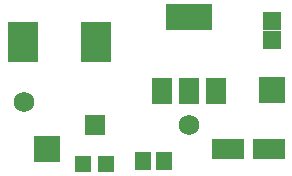
<source format=gts>
G04*
G04 #@! TF.GenerationSoftware,Altium Limited,Altium Designer,21.0.8 (223)*
G04*
G04 Layer_Color=8388736*
%FSLAX44Y44*%
%MOMM*%
G71*
G04*
G04 #@! TF.SameCoordinates,C2A7A69F-71F9-4D7C-9BA5-24E23DD16346*
G04*
G04*
G04 #@! TF.FilePolarity,Negative*
G04*
G01*
G75*
%ADD21R,1.6032X1.5032*%
%ADD22R,2.6532X3.3532*%
%ADD23R,2.7032X1.8032*%
%ADD24R,1.7032X2.2032*%
%ADD25R,4.0032X2.2032*%
%ADD26R,1.3532X1.5532*%
%ADD27R,1.4032X1.4032*%
%ADD28R,1.8032X1.7032*%
%ADD29R,2.2032X2.2032*%
%ADD30C,1.7272*%
D21*
X990000Y872000D02*
D03*
Y888000D02*
D03*
D22*
X841000Y870000D02*
D03*
X779000D02*
D03*
D23*
X987500Y780000D02*
D03*
X952500D02*
D03*
D24*
X897000Y828500D02*
D03*
X920000D02*
D03*
X943000D02*
D03*
D25*
X920000Y891500D02*
D03*
D26*
X881250Y770000D02*
D03*
X898750D02*
D03*
D27*
X830000Y767500D02*
D03*
X850000D02*
D03*
D28*
X840000Y800000D02*
D03*
D29*
X990000Y830000D02*
D03*
X800000Y780000D02*
D03*
D30*
X780000Y820000D02*
D03*
X920000Y800000D02*
D03*
M02*

</source>
